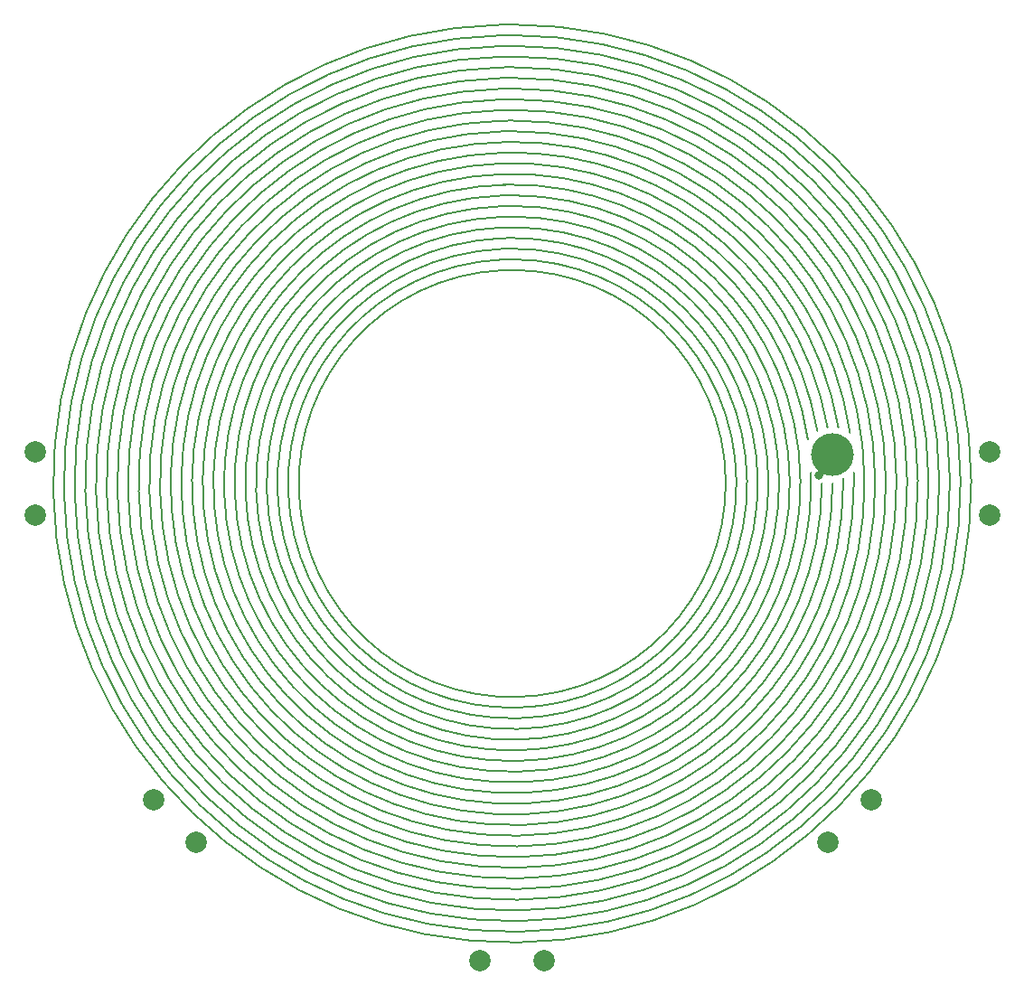
<source format=gbr>
%TF.GenerationSoftware,KiCad,Pcbnew,(6.0.1-0)*%
%TF.CreationDate,2022-09-11T15:05:22-04:00*%
%TF.ProjectId,record,7265636f-7264-42e6-9b69-6361645f7063,rev?*%
%TF.SameCoordinates,Original*%
%TF.FileFunction,Copper,L1,Top*%
%TF.FilePolarity,Positive*%
%FSLAX46Y46*%
G04 Gerber Fmt 4.6, Leading zero omitted, Abs format (unit mm)*
G04 Created by KiCad (PCBNEW (6.0.1-0)) date 2022-09-11 15:05:22*
%MOMM*%
%LPD*%
G01*
G04 APERTURE LIST*
%TA.AperFunction,NonConductor*%
%ADD10C,0.200000*%
%TD*%
%TA.AperFunction,SMDPad,CuDef*%
%ADD11C,4.000000*%
%TD*%
%TA.AperFunction,ComponentPad*%
%ADD12C,2.000000*%
%TD*%
%TA.AperFunction,ViaPad*%
%ADD13C,0.800000*%
%TD*%
%TA.AperFunction,Conductor*%
%ADD14C,0.250000*%
%TD*%
G04 APERTURE END LIST*
D10*
X45000000Y-18000000D02*
G75*
G03*
X44000685Y-18018500I14J-27000000D01*
G01*
X45000000Y-19000001D02*
G75*
G03*
X44000739Y-19019211I14J-25999999D01*
G01*
X45000000Y-20000001D02*
G75*
G03*
X44000799Y-20019978I13J-24999999D01*
G01*
X45000000Y-21000001D02*
G75*
G03*
X44000867Y-21020807I-14J-23999999D01*
G01*
X76004031Y-45000000D02*
G75*
G03*
X75999999Y-44500000I-31004018J0D01*
G01*
X77000000Y-45000000D02*
G75*
G03*
X77000000Y-44000000I-15999995J500000D01*
G01*
X73000000Y-45000000D02*
G75*
G03*
X73000000Y-44000000I-13999994J500001D01*
G01*
X76647789Y-40265291D02*
G75*
G03*
X77000000Y-45000000I-31647803J-4734709D01*
G01*
X75550708Y-39741271D02*
G75*
G03*
X76000000Y-45000000I-30550722J-5258729D01*
G01*
X74535916Y-39743608D02*
G75*
G03*
X75000000Y-45000000I-29535930J-5256392D01*
G01*
X73578343Y-40072699D02*
G75*
G03*
X74000000Y-45000000I-28578329J-4927301D01*
G01*
X72697697Y-40896637D02*
G75*
G03*
X73000000Y-45000000I-27697684J-4103363D01*
G01*
X44000685Y-18018500D02*
G75*
G03*
X45000000Y-18000000I999329J-26981500D01*
G01*
X44000739Y-19019210D02*
G75*
G03*
X45000000Y-19000000I999275J-25980790D01*
G01*
X44000799Y-20019977D02*
G75*
G03*
X45000000Y-20000000I999215J-24980023D01*
G01*
X44000867Y-21020806D02*
G75*
G03*
X45000000Y-21000000I999119J-23979194D01*
G01*
X44000386Y-9013881D02*
G75*
G03*
X45000000Y-9000000I999620J-35986119D01*
G01*
X45000000Y-22000051D02*
G75*
G03*
X44000944Y-22021708I11J-23055002D01*
G01*
X43973348Y-7013871D02*
G75*
G03*
X45000000Y-7000000I1026647J-37986129D01*
G01*
X45000000Y-12000000D02*
G75*
G03*
X44000459Y-12015141I-62J-32996088D01*
G01*
X45000000Y-6000000D02*
G75*
G03*
X44000329Y-6012814I-99J-38992804D01*
G01*
X44001031Y-23022692D02*
G75*
G03*
X45000000Y-23000000I998966J-21977308D01*
G01*
X44000283Y-3011900D02*
G75*
G03*
X45000000Y-3000000I999729J-41988100D01*
G01*
X44001248Y-25024953D02*
G75*
G03*
X45000000Y-25000000I998748J-19975047D01*
G01*
X45000000Y-8000020D02*
G75*
G03*
X44000365Y-8013506I-97J-37047988D01*
G01*
X44000432Y-11014696D02*
G75*
G03*
X45000000Y-11000000I999556J-33985304D01*
G01*
X45000000Y-3000016D02*
G75*
G03*
X44000283Y-3011900I-18J-42053992D01*
G01*
X45000000Y-17000000D02*
G75*
G03*
X44000637Y-17017840I-40J-27997914D01*
G01*
X44000329Y-6012814D02*
G75*
G03*
X45000000Y-6000000I999664J-38987186D01*
G01*
X45000000Y-10000023D02*
G75*
G03*
X44000408Y-10014278I9J-35054575D01*
G01*
X44001132Y-24023769D02*
G75*
G03*
X45000000Y-24000000I998866J-20976231D01*
G01*
X45000000Y-5000000D02*
G75*
G03*
X44000312Y-5012494I61J-40005335D01*
G01*
X45000000Y-11000000D02*
G75*
G03*
X44000432Y-11014696I-27J-33998987D01*
G01*
X44000270Y-2011623D02*
G75*
G03*
X45000000Y-2000000I999721J-42988377D01*
G01*
X45000000Y-25000068D02*
G75*
G03*
X44001248Y-25024953I-17J-20054054D01*
G01*
X45000000Y-2000015D02*
G75*
G03*
X44000270Y-2011624I112J-43062205D01*
G01*
X44000459Y-12015141D02*
G75*
G03*
X45000000Y-12000000I999538J-32984859D01*
G01*
X44000312Y-5012494D02*
G75*
G03*
X45000000Y-5000000I999682J-39987506D01*
G01*
X44000944Y-22021708D02*
G75*
G03*
X45000000Y-22000000I999048J-22978292D01*
G01*
X44000365Y-8013506D02*
G75*
G03*
X45000000Y-8000000I999631J-36986494D01*
G01*
X44000408Y-10014277D02*
G75*
G03*
X45000000Y-10000000I999593J-34985723D01*
G01*
X45000000Y-7000000D02*
G75*
G03*
X43973348Y-7013871I13J-38001370D01*
G01*
X45000000Y-23000000D02*
G75*
G03*
X44001031Y-23022692I24J-22001203D01*
G01*
X45000000Y-13000001D02*
G75*
G03*
X44000488Y-13015615I33J-32001248D01*
G01*
X45000000Y-4000001D02*
G75*
G03*
X44000297Y-4012191I63J-41004108D01*
G01*
X44000297Y-4012190D02*
G75*
G03*
X45000000Y-4000000I999716J-40987810D01*
G01*
X45000000Y-24000000D02*
G75*
G03*
X44001132Y-24023769I-7J-20999800D01*
G01*
X45000000Y-9000001D02*
G75*
G03*
X44000386Y-9013882I84J-36005669D01*
G01*
D11*
%TO.P,J1,1,Pin_1*%
%TO.N,Net-(J1-Pad1)*%
X75000000Y-42250000D03*
%TD*%
D12*
%TO.P,J3,1,Pin_1*%
%TO.N,Net-(J3-Pad1)*%
X300000Y-48000000D03*
%TD*%
%TO.P,J6,1,Pin_1*%
%TO.N,Net-(J6-Pad1)*%
X42000000Y-89700000D03*
%TD*%
%TO.P,J10,1,Pin_1*%
%TO.N,Net-(J10-Pad1)*%
X89700000Y-48000000D03*
%TD*%
%TO.P,J2,1,Pin_1*%
%TO.N,Net-(J2-Pad1)*%
X300000Y-42000000D03*
%TD*%
%TO.P,J4,1,Pin_1*%
%TO.N,Net-(J4-Pad1)*%
X11400000Y-74600000D03*
%TD*%
%TO.P,J11,1,Pin_1*%
%TO.N,Net-(J11-Pad1)*%
X89700000Y-42000000D03*
%TD*%
%TO.P,J7,1,Pin_1*%
%TO.N,Net-(J7-Pad1)*%
X48000000Y-89700000D03*
%TD*%
%TO.P,J8,1,Pin_1*%
%TO.N,Net-(J8-Pad1)*%
X74600000Y-78600000D03*
%TD*%
%TO.P,J5,1,Pin_1*%
%TO.N,Net-(J5-Pad1)*%
X15400000Y-78600000D03*
%TD*%
%TO.P,J9,1,Pin_1*%
%TO.N,Net-(J9-Pad1)*%
X78600000Y-74600000D03*
%TD*%
D13*
%TO.N,Net-(J1-Pad1)*%
X73687147Y-44244807D03*
%TD*%
D14*
%TO.N,Net-(J1-Pad1)*%
X73687147Y-44244807D02*
X75000000Y-42931954D01*
X75000000Y-42931954D02*
X75000000Y-42250000D01*
%TD*%
M02*

</source>
